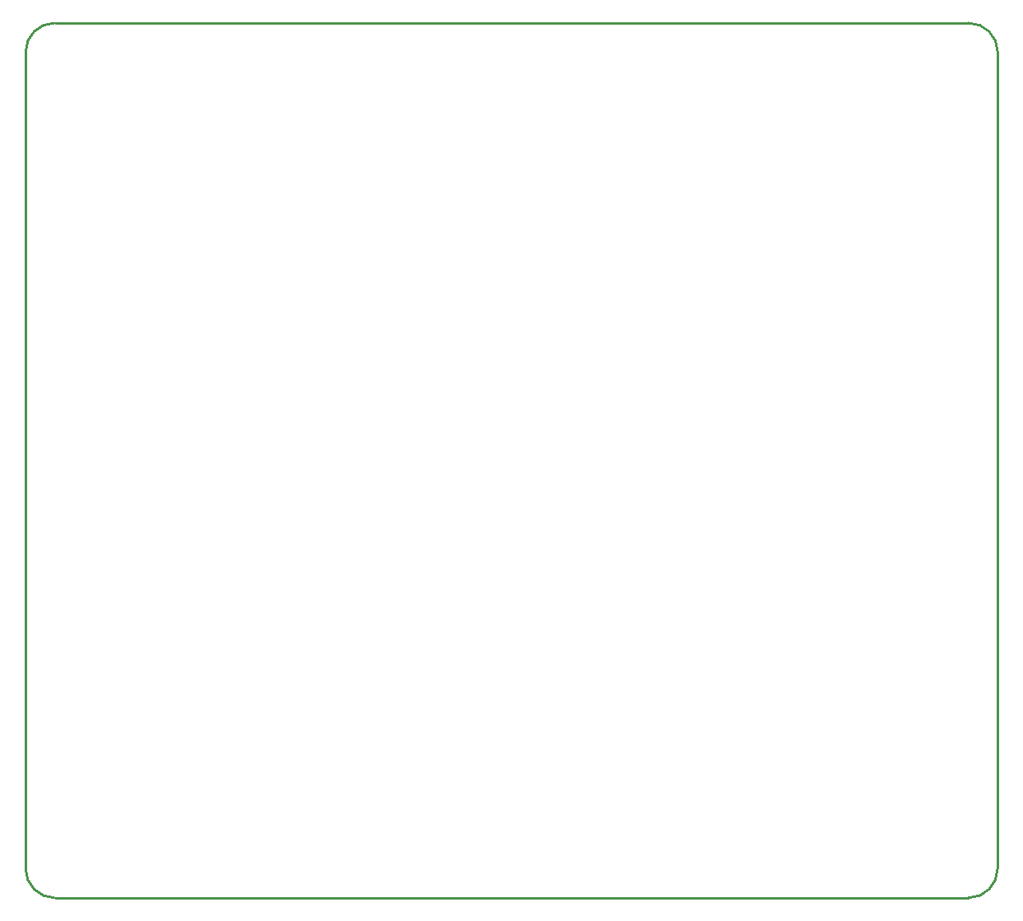
<source format=gko>
G04 Layer_Color=16711935*
%FSLAX25Y25*%
%MOIN*%
G70*
G01*
G75*
%ADD19C,0.01000*%
D19*
X0Y11811D02*
G03*
X11811Y0I11811J0D01*
G01*
X381890D02*
G03*
X393701Y11811I0J11811D01*
G01*
Y342520D02*
G03*
X381890Y354331I-11811J0D01*
G01*
X11811D02*
G03*
X0Y342520I0J-11811D01*
G01*
X11811Y0D02*
X381890D01*
X0Y11811D02*
Y342520D01*
X393701Y11811D02*
Y342520D01*
X11811Y354331D02*
X381890D01*
M02*

</source>
